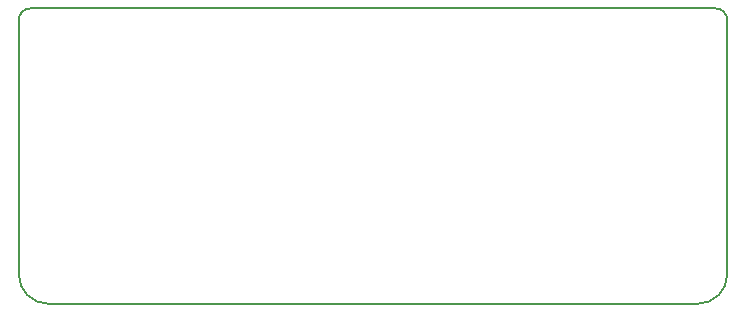
<source format=gbr>
G04 #@! TF.GenerationSoftware,KiCad,Pcbnew,(5.1.5)-3*
G04 #@! TF.CreationDate,2020-03-01T19:25:43+00:00*
G04 #@! TF.ProjectId,pwmfan,70776d66-616e-42e6-9b69-6361645f7063,rev?*
G04 #@! TF.SameCoordinates,Original*
G04 #@! TF.FileFunction,Profile,NP*
%FSLAX46Y46*%
G04 Gerber Fmt 4.6, Leading zero omitted, Abs format (unit mm)*
G04 Created by KiCad (PCBNEW (5.1.5)-3) date 2020-03-01 19:25:43*
%MOMM*%
%LPD*%
G04 APERTURE LIST*
%ADD10C,0.150000*%
G04 APERTURE END LIST*
D10*
X50000000Y-51000000D02*
G75*
G02X51000000Y-50000000I1000000J0D01*
G01*
X109000000Y-50000000D02*
G75*
G02X110000000Y-51000000I0J-1000000D01*
G01*
X51000000Y-50000000D02*
X109000000Y-50000000D01*
X50000000Y-51000000D02*
X50000000Y-72500000D01*
X110000000Y-72500000D02*
X110000000Y-51000000D01*
X110000000Y-72500000D02*
G75*
G02X107500000Y-75000000I-2500000J0D01*
G01*
X52500000Y-75000000D02*
G75*
G02X50000000Y-72500000I0J2500000D01*
G01*
X52500000Y-75000000D02*
X107500000Y-75000000D01*
M02*

</source>
